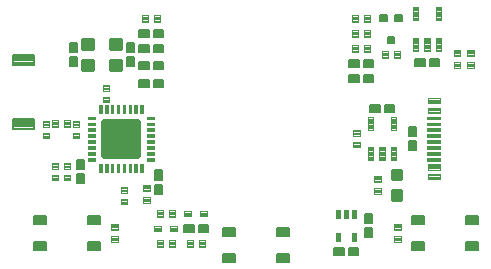
<source format=gbr>
G04 EAGLE Gerber RS-274X export*
G75*
%MOMM*%
%FSLAX34Y34*%
%LPD*%
%INSolderpaste Top*%
%IPPOS*%
%AMOC8*
5,1,8,0,0,1.08239X$1,22.5*%
G01*
%ADD10C,0.200000*%
%ADD11C,0.160000*%
%ADD12C,0.148000*%
%ADD13C,0.100000*%
%ADD14C,0.300000*%
%ADD15C,0.055000*%
%ADD16C,0.510000*%
%ADD17C,0.120000*%
%ADD18C,0.140000*%
%ADD19C,0.110000*%
%ADD20C,0.080000*%
%ADD21C,0.060000*%
%ADD22C,0.220000*%


D10*
X-205850Y16370D02*
X-187850Y16370D01*
X-187850Y8370D01*
X-205850Y8370D01*
X-205850Y16370D01*
X-205850Y10270D02*
X-187850Y10270D01*
X-187850Y12170D02*
X-205850Y12170D01*
X-205850Y14070D02*
X-187850Y14070D01*
X-187850Y15970D02*
X-205850Y15970D01*
X-205850Y70370D02*
X-187850Y70370D01*
X-187850Y62370D01*
X-205850Y62370D01*
X-205850Y70370D01*
X-205850Y64270D02*
X-187850Y64270D01*
X-187850Y66170D02*
X-205850Y66170D01*
X-205850Y68070D02*
X-187850Y68070D01*
X-187850Y69970D02*
X-205850Y69970D01*
D11*
X-28200Y-97800D02*
X-17800Y-97800D01*
X-17800Y-104200D01*
X-28200Y-104200D01*
X-28200Y-97800D01*
X-28200Y-102680D02*
X-17800Y-102680D01*
X-17800Y-101160D02*
X-28200Y-101160D01*
X-28200Y-99640D02*
X-17800Y-99640D01*
X-17800Y-98120D02*
X-28200Y-98120D01*
X-28200Y-75800D02*
X-17800Y-75800D01*
X-17800Y-82200D01*
X-28200Y-82200D01*
X-28200Y-75800D01*
X-28200Y-80680D02*
X-17800Y-80680D01*
X-17800Y-79160D02*
X-28200Y-79160D01*
X-28200Y-77640D02*
X-17800Y-77640D01*
X-17800Y-76120D02*
X-28200Y-76120D01*
X17800Y-75800D02*
X28200Y-75800D01*
X28200Y-82200D01*
X17800Y-82200D01*
X17800Y-75800D01*
X17800Y-80680D02*
X28200Y-80680D01*
X28200Y-79160D02*
X17800Y-79160D01*
X17800Y-77640D02*
X28200Y-77640D01*
X28200Y-76120D02*
X17800Y-76120D01*
X17800Y-97800D02*
X28200Y-97800D01*
X28200Y-104200D01*
X17800Y-104200D01*
X17800Y-97800D01*
X17800Y-102680D02*
X28200Y-102680D01*
X28200Y-101160D02*
X17800Y-101160D01*
X17800Y-99640D02*
X28200Y-99640D01*
X28200Y-98120D02*
X17800Y-98120D01*
X-131800Y-72200D02*
X-142200Y-72200D01*
X-142200Y-65800D01*
X-131800Y-65800D01*
X-131800Y-72200D01*
X-131800Y-70680D02*
X-142200Y-70680D01*
X-142200Y-69160D02*
X-131800Y-69160D01*
X-131800Y-67640D02*
X-142200Y-67640D01*
X-142200Y-66120D02*
X-131800Y-66120D01*
X-131800Y-94200D02*
X-142200Y-94200D01*
X-142200Y-87800D01*
X-131800Y-87800D01*
X-131800Y-94200D01*
X-131800Y-92680D02*
X-142200Y-92680D01*
X-142200Y-91160D02*
X-131800Y-91160D01*
X-131800Y-89640D02*
X-142200Y-89640D01*
X-142200Y-88120D02*
X-131800Y-88120D01*
X-177800Y-94200D02*
X-188200Y-94200D01*
X-188200Y-87800D01*
X-177800Y-87800D01*
X-177800Y-94200D01*
X-177800Y-92680D02*
X-188200Y-92680D01*
X-188200Y-91160D02*
X-177800Y-91160D01*
X-177800Y-89640D02*
X-188200Y-89640D01*
X-188200Y-88120D02*
X-177800Y-88120D01*
X-177800Y-72200D02*
X-188200Y-72200D01*
X-188200Y-65800D01*
X-177800Y-65800D01*
X-177800Y-72200D01*
X-177800Y-70680D02*
X-188200Y-70680D01*
X-188200Y-69160D02*
X-177800Y-69160D01*
X-177800Y-67640D02*
X-188200Y-67640D01*
X-188200Y-66120D02*
X-177800Y-66120D01*
X131800Y-87800D02*
X142200Y-87800D01*
X142200Y-94200D01*
X131800Y-94200D01*
X131800Y-87800D01*
X131800Y-92680D02*
X142200Y-92680D01*
X142200Y-91160D02*
X131800Y-91160D01*
X131800Y-89640D02*
X142200Y-89640D01*
X142200Y-88120D02*
X131800Y-88120D01*
X131800Y-65800D02*
X142200Y-65800D01*
X142200Y-72200D01*
X131800Y-72200D01*
X131800Y-65800D01*
X131800Y-70680D02*
X142200Y-70680D01*
X142200Y-69160D02*
X131800Y-69160D01*
X131800Y-67640D02*
X142200Y-67640D01*
X142200Y-66120D02*
X131800Y-66120D01*
X177800Y-65800D02*
X188200Y-65800D01*
X188200Y-72200D01*
X177800Y-72200D01*
X177800Y-65800D01*
X177800Y-70680D02*
X188200Y-70680D01*
X188200Y-69160D02*
X177800Y-69160D01*
X177800Y-67640D02*
X188200Y-67640D01*
X188200Y-66120D02*
X177800Y-66120D01*
X177800Y-87800D02*
X188200Y-87800D01*
X188200Y-94200D01*
X177800Y-94200D01*
X177800Y-87800D01*
X177800Y-92680D02*
X188200Y-92680D01*
X188200Y-91160D02*
X177800Y-91160D01*
X177800Y-89640D02*
X188200Y-89640D01*
X188200Y-88120D02*
X177800Y-88120D01*
D12*
X98210Y-83545D02*
X98210Y-75775D01*
X98210Y-83545D02*
X92290Y-83545D01*
X92290Y-75775D01*
X98210Y-75775D01*
X98210Y-82139D02*
X92290Y-82139D01*
X92290Y-80733D02*
X98210Y-80733D01*
X98210Y-79327D02*
X92290Y-79327D01*
X92290Y-77921D02*
X98210Y-77921D01*
X98210Y-76515D02*
X92290Y-76515D01*
X98210Y-71545D02*
X98210Y-63775D01*
X98210Y-71545D02*
X92290Y-71545D01*
X92290Y-63775D01*
X98210Y-63775D01*
X98210Y-70139D02*
X92290Y-70139D01*
X92290Y-68733D02*
X98210Y-68733D01*
X98210Y-67327D02*
X92290Y-67327D01*
X92290Y-65921D02*
X98210Y-65921D01*
X98210Y-64515D02*
X92290Y-64515D01*
X-79015Y79160D02*
X-86785Y79160D01*
X-79015Y79160D02*
X-79015Y73240D01*
X-86785Y73240D01*
X-86785Y79160D01*
X-86785Y74646D02*
X-79015Y74646D01*
X-79015Y76052D02*
X-86785Y76052D01*
X-86785Y77458D02*
X-79015Y77458D01*
X-79015Y78864D02*
X-86785Y78864D01*
X-91015Y79160D02*
X-98785Y79160D01*
X-91015Y79160D02*
X-91015Y73240D01*
X-98785Y73240D01*
X-98785Y79160D01*
X-98785Y74646D02*
X-91015Y74646D01*
X-91015Y76052D02*
X-98785Y76052D01*
X-98785Y77458D02*
X-91015Y77458D01*
X-91015Y78864D02*
X-98785Y78864D01*
X-98785Y85940D02*
X-91015Y85940D01*
X-98785Y85940D02*
X-98785Y91860D01*
X-91015Y91860D01*
X-91015Y85940D01*
X-91015Y87346D02*
X-98785Y87346D01*
X-98785Y88752D02*
X-91015Y88752D01*
X-91015Y90158D02*
X-98785Y90158D01*
X-98785Y91564D02*
X-91015Y91564D01*
X-86785Y85940D02*
X-79015Y85940D01*
X-86785Y85940D02*
X-86785Y91860D01*
X-79015Y91860D01*
X-79015Y85940D01*
X-79015Y87346D02*
X-86785Y87346D01*
X-86785Y88752D02*
X-79015Y88752D01*
X-79015Y90158D02*
X-86785Y90158D01*
X-86785Y91564D02*
X-79015Y91564D01*
X91015Y66460D02*
X98785Y66460D01*
X98785Y60540D01*
X91015Y60540D01*
X91015Y66460D01*
X91015Y61946D02*
X98785Y61946D01*
X98785Y63352D02*
X91015Y63352D01*
X91015Y64758D02*
X98785Y64758D01*
X98785Y66164D02*
X91015Y66164D01*
X86785Y66460D02*
X79015Y66460D01*
X86785Y66460D02*
X86785Y60540D01*
X79015Y60540D01*
X79015Y66460D01*
X79015Y61946D02*
X86785Y61946D01*
X86785Y63352D02*
X79015Y63352D01*
X79015Y64758D02*
X86785Y64758D01*
X86785Y66164D02*
X79015Y66164D01*
X91015Y53760D02*
X98785Y53760D01*
X98785Y47840D01*
X91015Y47840D01*
X91015Y53760D01*
X91015Y49246D02*
X98785Y49246D01*
X98785Y50652D02*
X91015Y50652D01*
X91015Y52058D02*
X98785Y52058D01*
X98785Y53464D02*
X91015Y53464D01*
X86785Y53760D02*
X79015Y53760D01*
X86785Y53760D02*
X86785Y47840D01*
X79015Y47840D01*
X79015Y53760D01*
X79015Y49246D02*
X86785Y49246D01*
X86785Y50652D02*
X79015Y50652D01*
X79015Y52058D02*
X86785Y52058D01*
X86785Y53464D02*
X79015Y53464D01*
X-91015Y44030D02*
X-98785Y44030D01*
X-98785Y49950D01*
X-91015Y49950D01*
X-91015Y44030D01*
X-91015Y45436D02*
X-98785Y45436D01*
X-98785Y46842D02*
X-91015Y46842D01*
X-91015Y48248D02*
X-98785Y48248D01*
X-98785Y49654D02*
X-91015Y49654D01*
X-86785Y44030D02*
X-79015Y44030D01*
X-86785Y44030D02*
X-86785Y49950D01*
X-79015Y49950D01*
X-79015Y44030D01*
X-79015Y45436D02*
X-86785Y45436D01*
X-86785Y46842D02*
X-79015Y46842D01*
X-79015Y48248D02*
X-86785Y48248D01*
X-86785Y49654D02*
X-79015Y49654D01*
X-103720Y61235D02*
X-103720Y69005D01*
X-103720Y61235D02*
X-109640Y61235D01*
X-109640Y69005D01*
X-103720Y69005D01*
X-103720Y62641D02*
X-109640Y62641D01*
X-109640Y64047D02*
X-103720Y64047D01*
X-103720Y65453D02*
X-109640Y65453D01*
X-109640Y66859D02*
X-103720Y66859D01*
X-103720Y68265D02*
X-109640Y68265D01*
X-103720Y73235D02*
X-103720Y81005D01*
X-103720Y73235D02*
X-109640Y73235D01*
X-109640Y81005D01*
X-103720Y81005D01*
X-103720Y74641D02*
X-109640Y74641D01*
X-109640Y76047D02*
X-103720Y76047D01*
X-103720Y77453D02*
X-109640Y77453D01*
X-109640Y78859D02*
X-103720Y78859D01*
X-103720Y80265D02*
X-109640Y80265D01*
X-157900Y81005D02*
X-157900Y73235D01*
X-157900Y81005D02*
X-151980Y81005D01*
X-151980Y73235D01*
X-157900Y73235D01*
X-157900Y74641D02*
X-151980Y74641D01*
X-151980Y76047D02*
X-157900Y76047D01*
X-157900Y77453D02*
X-151980Y77453D01*
X-151980Y78859D02*
X-157900Y78859D01*
X-157900Y80265D02*
X-151980Y80265D01*
X-157900Y69005D02*
X-157900Y61235D01*
X-157900Y69005D02*
X-151980Y69005D01*
X-151980Y61235D01*
X-157900Y61235D01*
X-157900Y62641D02*
X-151980Y62641D01*
X-151980Y64047D02*
X-157900Y64047D01*
X-157900Y65453D02*
X-151980Y65453D01*
X-151980Y66859D02*
X-157900Y66859D01*
X-157900Y68265D02*
X-151980Y68265D01*
X66315Y-98210D02*
X74085Y-98210D01*
X66315Y-98210D02*
X66315Y-92290D01*
X74085Y-92290D01*
X74085Y-98210D01*
X74085Y-96804D02*
X66315Y-96804D01*
X66315Y-95398D02*
X74085Y-95398D01*
X74085Y-93992D02*
X66315Y-93992D01*
X66315Y-92586D02*
X74085Y-92586D01*
X78315Y-98210D02*
X86085Y-98210D01*
X78315Y-98210D02*
X78315Y-92290D01*
X86085Y-92290D01*
X86085Y-98210D01*
X86085Y-96804D02*
X78315Y-96804D01*
X78315Y-95398D02*
X86085Y-95398D01*
X86085Y-93992D02*
X78315Y-93992D01*
X78315Y-92586D02*
X86085Y-92586D01*
X-145630Y-37825D02*
X-145630Y-30055D01*
X-145630Y-37825D02*
X-151550Y-37825D01*
X-151550Y-30055D01*
X-145630Y-30055D01*
X-145630Y-36419D02*
X-151550Y-36419D01*
X-151550Y-35013D02*
X-145630Y-35013D01*
X-145630Y-33607D02*
X-151550Y-33607D01*
X-151550Y-32201D02*
X-145630Y-32201D01*
X-145630Y-30795D02*
X-151550Y-30795D01*
X-145630Y-25825D02*
X-145630Y-18055D01*
X-145630Y-25825D02*
X-151550Y-25825D01*
X-151550Y-18055D01*
X-145630Y-18055D01*
X-145630Y-24419D02*
X-151550Y-24419D01*
X-151550Y-23013D02*
X-145630Y-23013D01*
X-145630Y-21607D02*
X-151550Y-21607D01*
X-151550Y-20201D02*
X-145630Y-20201D01*
X-145630Y-18795D02*
X-151550Y-18795D01*
X-79590Y-38945D02*
X-79590Y-46715D01*
X-85510Y-46715D01*
X-85510Y-38945D01*
X-79590Y-38945D01*
X-79590Y-45309D02*
X-85510Y-45309D01*
X-85510Y-43903D02*
X-79590Y-43903D01*
X-79590Y-42497D02*
X-85510Y-42497D01*
X-85510Y-41091D02*
X-79590Y-41091D01*
X-79590Y-39685D02*
X-85510Y-39685D01*
X-79590Y-34715D02*
X-79590Y-26945D01*
X-79590Y-34715D02*
X-85510Y-34715D01*
X-85510Y-26945D01*
X-79590Y-26945D01*
X-79590Y-33309D02*
X-85510Y-33309D01*
X-85510Y-31903D02*
X-79590Y-31903D01*
X-79590Y-30497D02*
X-85510Y-30497D01*
X-85510Y-29091D02*
X-79590Y-29091D01*
X-79590Y-27685D02*
X-85510Y-27685D01*
X96795Y22440D02*
X104565Y22440D01*
X96795Y22440D02*
X96795Y28360D01*
X104565Y28360D01*
X104565Y22440D01*
X104565Y23846D02*
X96795Y23846D01*
X96795Y25252D02*
X104565Y25252D01*
X104565Y26658D02*
X96795Y26658D01*
X96795Y28064D02*
X104565Y28064D01*
X108795Y22440D02*
X116565Y22440D01*
X108795Y22440D02*
X108795Y28360D01*
X116565Y28360D01*
X116565Y22440D01*
X116565Y23846D02*
X108795Y23846D01*
X108795Y25252D02*
X116565Y25252D01*
X116565Y26658D02*
X108795Y26658D01*
X108795Y28064D02*
X116565Y28064D01*
X135040Y-2115D02*
X135040Y-9885D01*
X129120Y-9885D01*
X129120Y-2115D01*
X135040Y-2115D01*
X135040Y-8479D02*
X129120Y-8479D01*
X129120Y-7073D02*
X135040Y-7073D01*
X135040Y-5667D02*
X129120Y-5667D01*
X129120Y-4261D02*
X135040Y-4261D01*
X135040Y-2855D02*
X129120Y-2855D01*
X135040Y2115D02*
X135040Y9885D01*
X135040Y2115D02*
X129120Y2115D01*
X129120Y9885D01*
X135040Y9885D01*
X135040Y3521D02*
X129120Y3521D01*
X129120Y4927D02*
X135040Y4927D01*
X135040Y6333D02*
X129120Y6333D01*
X129120Y7739D02*
X135040Y7739D01*
X135040Y9145D02*
X129120Y9145D01*
X-52915Y-79160D02*
X-60685Y-79160D01*
X-60685Y-73240D01*
X-52915Y-73240D01*
X-52915Y-79160D01*
X-52915Y-77754D02*
X-60685Y-77754D01*
X-60685Y-76348D02*
X-52915Y-76348D01*
X-52915Y-74942D02*
X-60685Y-74942D01*
X-60685Y-73536D02*
X-52915Y-73536D01*
X-48685Y-79160D02*
X-40915Y-79160D01*
X-48685Y-79160D02*
X-48685Y-73240D01*
X-40915Y-73240D01*
X-40915Y-79160D01*
X-40915Y-77754D02*
X-48685Y-77754D01*
X-48685Y-76348D02*
X-40915Y-76348D01*
X-40915Y-74942D02*
X-48685Y-74942D01*
X-48685Y-73536D02*
X-40915Y-73536D01*
X134895Y61810D02*
X142665Y61810D01*
X134895Y61810D02*
X134895Y67730D01*
X142665Y67730D01*
X142665Y61810D01*
X142665Y63216D02*
X134895Y63216D01*
X134895Y64622D02*
X142665Y64622D01*
X142665Y66028D02*
X134895Y66028D01*
X134895Y67434D02*
X142665Y67434D01*
X146895Y61810D02*
X154665Y61810D01*
X146895Y61810D02*
X146895Y67730D01*
X154665Y67730D01*
X154665Y61810D01*
X154665Y63216D02*
X146895Y63216D01*
X146895Y64622D02*
X154665Y64622D01*
X154665Y66028D02*
X146895Y66028D01*
X146895Y67434D02*
X154665Y67434D01*
X-79015Y65190D02*
X-86785Y65190D01*
X-79015Y65190D02*
X-79015Y59270D01*
X-86785Y59270D01*
X-86785Y65190D01*
X-86785Y60676D02*
X-79015Y60676D01*
X-79015Y62082D02*
X-86785Y62082D01*
X-86785Y63488D02*
X-79015Y63488D01*
X-79015Y64894D02*
X-86785Y64894D01*
X-91015Y65190D02*
X-98785Y65190D01*
X-91015Y65190D02*
X-91015Y59270D01*
X-98785Y59270D01*
X-98785Y65190D01*
X-98785Y60676D02*
X-91015Y60676D01*
X-91015Y62082D02*
X-98785Y62082D01*
X-98785Y63488D02*
X-91015Y63488D01*
X-91015Y64894D02*
X-98785Y64894D01*
D13*
X-86200Y-74200D02*
X-80200Y-74200D01*
X-80200Y-78200D01*
X-86200Y-78200D01*
X-86200Y-74200D01*
X-86200Y-77250D02*
X-80200Y-77250D01*
X-80200Y-76300D02*
X-86200Y-76300D01*
X-86200Y-75350D02*
X-80200Y-75350D01*
X-80200Y-74400D02*
X-86200Y-74400D01*
X-73200Y-74200D02*
X-67200Y-74200D01*
X-67200Y-78200D01*
X-73200Y-78200D01*
X-73200Y-74200D01*
X-73200Y-77250D02*
X-67200Y-77250D01*
X-67200Y-76300D02*
X-73200Y-76300D01*
X-73200Y-75350D02*
X-67200Y-75350D01*
X-67200Y-74400D02*
X-73200Y-74400D01*
X-60800Y-61500D02*
X-54800Y-61500D01*
X-54800Y-65500D01*
X-60800Y-65500D01*
X-60800Y-61500D01*
X-60800Y-64550D02*
X-54800Y-64550D01*
X-54800Y-63600D02*
X-60800Y-63600D01*
X-60800Y-62650D02*
X-54800Y-62650D01*
X-54800Y-61700D02*
X-60800Y-61700D01*
X-47800Y-61500D02*
X-41800Y-61500D01*
X-41800Y-65500D01*
X-47800Y-65500D01*
X-47800Y-61500D01*
X-47800Y-64550D02*
X-41800Y-64550D01*
X-41800Y-63600D02*
X-47800Y-63600D01*
X-47800Y-62650D02*
X-41800Y-62650D01*
X-41800Y-61700D02*
X-47800Y-61700D01*
D14*
X115880Y-34100D02*
X122880Y-34100D01*
X115880Y-34100D02*
X115880Y-27100D01*
X122880Y-27100D01*
X122880Y-34100D01*
X122880Y-31250D02*
X115880Y-31250D01*
X115880Y-28400D02*
X122880Y-28400D01*
X122880Y-51640D02*
X115880Y-51640D01*
X115880Y-44640D01*
X122880Y-44640D01*
X122880Y-51640D01*
X122880Y-48790D02*
X115880Y-48790D01*
X115880Y-45940D02*
X122880Y-45940D01*
D15*
X-86075Y1400D02*
X-92525Y1400D01*
X-92525Y3600D01*
X-86075Y3600D01*
X-86075Y1400D01*
X-86075Y1922D02*
X-92525Y1922D01*
X-92525Y2444D02*
X-86075Y2444D01*
X-86075Y2966D02*
X-92525Y2966D01*
X-92525Y3488D02*
X-86075Y3488D01*
X-86075Y-3600D02*
X-92525Y-3600D01*
X-92525Y-1400D01*
X-86075Y-1400D01*
X-86075Y-3600D01*
X-86075Y-3078D02*
X-92525Y-3078D01*
X-92525Y-2556D02*
X-86075Y-2556D01*
X-86075Y-2034D02*
X-92525Y-2034D01*
X-92525Y-1512D02*
X-86075Y-1512D01*
X-86075Y-8600D02*
X-92525Y-8600D01*
X-92525Y-6400D01*
X-86075Y-6400D01*
X-86075Y-8600D01*
X-86075Y-8078D02*
X-92525Y-8078D01*
X-92525Y-7556D02*
X-86075Y-7556D01*
X-86075Y-7034D02*
X-92525Y-7034D01*
X-92525Y-6512D02*
X-86075Y-6512D01*
X-86075Y6400D02*
X-92525Y6400D01*
X-92525Y8600D01*
X-86075Y8600D01*
X-86075Y6400D01*
X-86075Y6922D02*
X-92525Y6922D01*
X-92525Y7444D02*
X-86075Y7444D01*
X-86075Y7966D02*
X-92525Y7966D01*
X-92525Y8488D02*
X-86075Y8488D01*
X-86075Y11400D02*
X-92525Y11400D01*
X-92525Y13600D01*
X-86075Y13600D01*
X-86075Y11400D01*
X-86075Y11922D02*
X-92525Y11922D01*
X-92525Y12444D02*
X-86075Y12444D01*
X-86075Y12966D02*
X-92525Y12966D01*
X-92525Y13488D02*
X-86075Y13488D01*
X-86075Y-13600D02*
X-92525Y-13600D01*
X-92525Y-11400D01*
X-86075Y-11400D01*
X-86075Y-13600D01*
X-86075Y-13078D02*
X-92525Y-13078D01*
X-92525Y-12556D02*
X-86075Y-12556D01*
X-86075Y-12034D02*
X-92525Y-12034D01*
X-92525Y-11512D02*
X-86075Y-11512D01*
X-86075Y-18600D02*
X-92525Y-18600D01*
X-92525Y-16400D01*
X-86075Y-16400D01*
X-86075Y-18600D01*
X-86075Y-18078D02*
X-92525Y-18078D01*
X-92525Y-17556D02*
X-86075Y-17556D01*
X-86075Y-17034D02*
X-92525Y-17034D01*
X-92525Y-16512D02*
X-86075Y-16512D01*
X-86075Y16400D02*
X-92525Y16400D01*
X-92525Y18600D01*
X-86075Y18600D01*
X-86075Y16400D01*
X-86075Y16922D02*
X-92525Y16922D01*
X-92525Y17444D02*
X-86075Y17444D01*
X-86075Y17966D02*
X-92525Y17966D01*
X-92525Y18488D02*
X-86075Y18488D01*
X-136075Y16400D02*
X-142525Y16400D01*
X-142525Y18600D01*
X-136075Y18600D01*
X-136075Y16400D01*
X-136075Y16922D02*
X-142525Y16922D01*
X-142525Y17444D02*
X-136075Y17444D01*
X-136075Y17966D02*
X-142525Y17966D01*
X-142525Y18488D02*
X-136075Y18488D01*
X-136075Y-18600D02*
X-142525Y-18600D01*
X-142525Y-16400D01*
X-136075Y-16400D01*
X-136075Y-18600D01*
X-136075Y-18078D02*
X-142525Y-18078D01*
X-142525Y-17556D02*
X-136075Y-17556D01*
X-136075Y-17034D02*
X-142525Y-17034D01*
X-142525Y-16512D02*
X-136075Y-16512D01*
X-136075Y-13600D02*
X-142525Y-13600D01*
X-142525Y-11400D01*
X-136075Y-11400D01*
X-136075Y-13600D01*
X-136075Y-13078D02*
X-142525Y-13078D01*
X-142525Y-12556D02*
X-136075Y-12556D01*
X-136075Y-12034D02*
X-142525Y-12034D01*
X-142525Y-11512D02*
X-136075Y-11512D01*
X-136075Y11400D02*
X-142525Y11400D01*
X-142525Y13600D01*
X-136075Y13600D01*
X-136075Y11400D01*
X-136075Y11922D02*
X-142525Y11922D01*
X-142525Y12444D02*
X-136075Y12444D01*
X-136075Y12966D02*
X-142525Y12966D01*
X-142525Y13488D02*
X-136075Y13488D01*
X-136075Y6400D02*
X-142525Y6400D01*
X-142525Y8600D01*
X-136075Y8600D01*
X-136075Y6400D01*
X-136075Y6922D02*
X-142525Y6922D01*
X-142525Y7444D02*
X-136075Y7444D01*
X-136075Y7966D02*
X-142525Y7966D01*
X-142525Y8488D02*
X-136075Y8488D01*
X-136075Y-8600D02*
X-142525Y-8600D01*
X-142525Y-6400D01*
X-136075Y-6400D01*
X-136075Y-8600D01*
X-136075Y-8078D02*
X-142525Y-8078D01*
X-142525Y-7556D02*
X-136075Y-7556D01*
X-136075Y-7034D02*
X-142525Y-7034D01*
X-142525Y-6512D02*
X-136075Y-6512D01*
X-136075Y-3600D02*
X-142525Y-3600D01*
X-142525Y-1400D01*
X-136075Y-1400D01*
X-136075Y-3600D01*
X-136075Y-3078D02*
X-142525Y-3078D01*
X-142525Y-2556D02*
X-136075Y-2556D01*
X-136075Y-2034D02*
X-142525Y-2034D01*
X-142525Y-1512D02*
X-136075Y-1512D01*
X-136075Y1400D02*
X-142525Y1400D01*
X-142525Y3600D01*
X-136075Y3600D01*
X-136075Y1400D01*
X-136075Y1922D02*
X-142525Y1922D01*
X-142525Y2444D02*
X-136075Y2444D01*
X-136075Y2966D02*
X-142525Y2966D01*
X-142525Y3488D02*
X-136075Y3488D01*
X-115700Y21775D02*
X-115700Y28225D01*
X-115700Y21775D02*
X-117900Y21775D01*
X-117900Y28225D01*
X-115700Y28225D01*
X-115700Y22297D02*
X-117900Y22297D01*
X-117900Y22819D02*
X-115700Y22819D01*
X-115700Y23341D02*
X-117900Y23341D01*
X-117900Y23863D02*
X-115700Y23863D01*
X-115700Y24385D02*
X-117900Y24385D01*
X-117900Y24907D02*
X-115700Y24907D01*
X-115700Y25429D02*
X-117900Y25429D01*
X-117900Y25951D02*
X-115700Y25951D01*
X-115700Y26473D02*
X-117900Y26473D01*
X-117900Y26995D02*
X-115700Y26995D01*
X-115700Y27517D02*
X-117900Y27517D01*
X-117900Y28039D02*
X-115700Y28039D01*
X-115700Y-21775D02*
X-115700Y-28225D01*
X-117900Y-28225D01*
X-117900Y-21775D01*
X-115700Y-21775D01*
X-115700Y-27703D02*
X-117900Y-27703D01*
X-117900Y-27181D02*
X-115700Y-27181D01*
X-115700Y-26659D02*
X-117900Y-26659D01*
X-117900Y-26137D02*
X-115700Y-26137D01*
X-115700Y-25615D02*
X-117900Y-25615D01*
X-117900Y-25093D02*
X-115700Y-25093D01*
X-115700Y-24571D02*
X-117900Y-24571D01*
X-117900Y-24049D02*
X-115700Y-24049D01*
X-115700Y-23527D02*
X-117900Y-23527D01*
X-117900Y-23005D02*
X-115700Y-23005D01*
X-115700Y-22483D02*
X-117900Y-22483D01*
X-117900Y-21961D02*
X-115700Y-21961D01*
X-110700Y-21775D02*
X-110700Y-28225D01*
X-112900Y-28225D01*
X-112900Y-21775D01*
X-110700Y-21775D01*
X-110700Y-27703D02*
X-112900Y-27703D01*
X-112900Y-27181D02*
X-110700Y-27181D01*
X-110700Y-26659D02*
X-112900Y-26659D01*
X-112900Y-26137D02*
X-110700Y-26137D01*
X-110700Y-25615D02*
X-112900Y-25615D01*
X-112900Y-25093D02*
X-110700Y-25093D01*
X-110700Y-24571D02*
X-112900Y-24571D01*
X-112900Y-24049D02*
X-110700Y-24049D01*
X-110700Y-23527D02*
X-112900Y-23527D01*
X-112900Y-23005D02*
X-110700Y-23005D01*
X-110700Y-22483D02*
X-112900Y-22483D01*
X-112900Y-21961D02*
X-110700Y-21961D01*
X-110700Y21775D02*
X-110700Y28225D01*
X-110700Y21775D02*
X-112900Y21775D01*
X-112900Y28225D01*
X-110700Y28225D01*
X-110700Y22297D02*
X-112900Y22297D01*
X-112900Y22819D02*
X-110700Y22819D01*
X-110700Y23341D02*
X-112900Y23341D01*
X-112900Y23863D02*
X-110700Y23863D01*
X-110700Y24385D02*
X-112900Y24385D01*
X-112900Y24907D02*
X-110700Y24907D01*
X-110700Y25429D02*
X-112900Y25429D01*
X-112900Y25951D02*
X-110700Y25951D01*
X-110700Y26473D02*
X-112900Y26473D01*
X-112900Y26995D02*
X-110700Y26995D01*
X-110700Y27517D02*
X-112900Y27517D01*
X-112900Y28039D02*
X-110700Y28039D01*
X-105700Y28225D02*
X-105700Y21775D01*
X-107900Y21775D01*
X-107900Y28225D01*
X-105700Y28225D01*
X-105700Y22297D02*
X-107900Y22297D01*
X-107900Y22819D02*
X-105700Y22819D01*
X-105700Y23341D02*
X-107900Y23341D01*
X-107900Y23863D02*
X-105700Y23863D01*
X-105700Y24385D02*
X-107900Y24385D01*
X-107900Y24907D02*
X-105700Y24907D01*
X-105700Y25429D02*
X-107900Y25429D01*
X-107900Y25951D02*
X-105700Y25951D01*
X-105700Y26473D02*
X-107900Y26473D01*
X-107900Y26995D02*
X-105700Y26995D01*
X-105700Y27517D02*
X-107900Y27517D01*
X-107900Y28039D02*
X-105700Y28039D01*
X-105700Y-21775D02*
X-105700Y-28225D01*
X-107900Y-28225D01*
X-107900Y-21775D01*
X-105700Y-21775D01*
X-105700Y-27703D02*
X-107900Y-27703D01*
X-107900Y-27181D02*
X-105700Y-27181D01*
X-105700Y-26659D02*
X-107900Y-26659D01*
X-107900Y-26137D02*
X-105700Y-26137D01*
X-105700Y-25615D02*
X-107900Y-25615D01*
X-107900Y-25093D02*
X-105700Y-25093D01*
X-105700Y-24571D02*
X-107900Y-24571D01*
X-107900Y-24049D02*
X-105700Y-24049D01*
X-105700Y-23527D02*
X-107900Y-23527D01*
X-107900Y-23005D02*
X-105700Y-23005D01*
X-105700Y-22483D02*
X-107900Y-22483D01*
X-107900Y-21961D02*
X-105700Y-21961D01*
X-120700Y-21775D02*
X-120700Y-28225D01*
X-122900Y-28225D01*
X-122900Y-21775D01*
X-120700Y-21775D01*
X-120700Y-27703D02*
X-122900Y-27703D01*
X-122900Y-27181D02*
X-120700Y-27181D01*
X-120700Y-26659D02*
X-122900Y-26659D01*
X-122900Y-26137D02*
X-120700Y-26137D01*
X-120700Y-25615D02*
X-122900Y-25615D01*
X-122900Y-25093D02*
X-120700Y-25093D01*
X-120700Y-24571D02*
X-122900Y-24571D01*
X-122900Y-24049D02*
X-120700Y-24049D01*
X-120700Y-23527D02*
X-122900Y-23527D01*
X-122900Y-23005D02*
X-120700Y-23005D01*
X-120700Y-22483D02*
X-122900Y-22483D01*
X-122900Y-21961D02*
X-120700Y-21961D01*
X-120700Y21775D02*
X-120700Y28225D01*
X-120700Y21775D02*
X-122900Y21775D01*
X-122900Y28225D01*
X-120700Y28225D01*
X-120700Y22297D02*
X-122900Y22297D01*
X-122900Y22819D02*
X-120700Y22819D01*
X-120700Y23341D02*
X-122900Y23341D01*
X-122900Y23863D02*
X-120700Y23863D01*
X-120700Y24385D02*
X-122900Y24385D01*
X-122900Y24907D02*
X-120700Y24907D01*
X-120700Y25429D02*
X-122900Y25429D01*
X-122900Y25951D02*
X-120700Y25951D01*
X-120700Y26473D02*
X-122900Y26473D01*
X-122900Y26995D02*
X-120700Y26995D01*
X-120700Y27517D02*
X-122900Y27517D01*
X-122900Y28039D02*
X-120700Y28039D01*
X-125700Y28225D02*
X-125700Y21775D01*
X-127900Y21775D01*
X-127900Y28225D01*
X-125700Y28225D01*
X-125700Y22297D02*
X-127900Y22297D01*
X-127900Y22819D02*
X-125700Y22819D01*
X-125700Y23341D02*
X-127900Y23341D01*
X-127900Y23863D02*
X-125700Y23863D01*
X-125700Y24385D02*
X-127900Y24385D01*
X-127900Y24907D02*
X-125700Y24907D01*
X-125700Y25429D02*
X-127900Y25429D01*
X-127900Y25951D02*
X-125700Y25951D01*
X-125700Y26473D02*
X-127900Y26473D01*
X-127900Y26995D02*
X-125700Y26995D01*
X-125700Y27517D02*
X-127900Y27517D01*
X-127900Y28039D02*
X-125700Y28039D01*
X-125700Y-21775D02*
X-125700Y-28225D01*
X-127900Y-28225D01*
X-127900Y-21775D01*
X-125700Y-21775D01*
X-125700Y-27703D02*
X-127900Y-27703D01*
X-127900Y-27181D02*
X-125700Y-27181D01*
X-125700Y-26659D02*
X-127900Y-26659D01*
X-127900Y-26137D02*
X-125700Y-26137D01*
X-125700Y-25615D02*
X-127900Y-25615D01*
X-127900Y-25093D02*
X-125700Y-25093D01*
X-125700Y-24571D02*
X-127900Y-24571D01*
X-127900Y-24049D02*
X-125700Y-24049D01*
X-125700Y-23527D02*
X-127900Y-23527D01*
X-127900Y-23005D02*
X-125700Y-23005D01*
X-125700Y-22483D02*
X-127900Y-22483D01*
X-127900Y-21961D02*
X-125700Y-21961D01*
X-100700Y-21775D02*
X-100700Y-28225D01*
X-102900Y-28225D01*
X-102900Y-21775D01*
X-100700Y-21775D01*
X-100700Y-27703D02*
X-102900Y-27703D01*
X-102900Y-27181D02*
X-100700Y-27181D01*
X-100700Y-26659D02*
X-102900Y-26659D01*
X-102900Y-26137D02*
X-100700Y-26137D01*
X-100700Y-25615D02*
X-102900Y-25615D01*
X-102900Y-25093D02*
X-100700Y-25093D01*
X-100700Y-24571D02*
X-102900Y-24571D01*
X-102900Y-24049D02*
X-100700Y-24049D01*
X-100700Y-23527D02*
X-102900Y-23527D01*
X-102900Y-23005D02*
X-100700Y-23005D01*
X-100700Y-22483D02*
X-102900Y-22483D01*
X-102900Y-21961D02*
X-100700Y-21961D01*
X-100700Y21775D02*
X-100700Y28225D01*
X-100700Y21775D02*
X-102900Y21775D01*
X-102900Y28225D01*
X-100700Y28225D01*
X-100700Y22297D02*
X-102900Y22297D01*
X-102900Y22819D02*
X-100700Y22819D01*
X-100700Y23341D02*
X-102900Y23341D01*
X-102900Y23863D02*
X-100700Y23863D01*
X-100700Y24385D02*
X-102900Y24385D01*
X-102900Y24907D02*
X-100700Y24907D01*
X-100700Y25429D02*
X-102900Y25429D01*
X-102900Y25951D02*
X-100700Y25951D01*
X-100700Y26473D02*
X-102900Y26473D01*
X-102900Y26995D02*
X-100700Y26995D01*
X-100700Y27517D02*
X-102900Y27517D01*
X-102900Y28039D02*
X-100700Y28039D01*
X-95700Y28225D02*
X-95700Y21775D01*
X-97900Y21775D01*
X-97900Y28225D01*
X-95700Y28225D01*
X-95700Y22297D02*
X-97900Y22297D01*
X-97900Y22819D02*
X-95700Y22819D01*
X-95700Y23341D02*
X-97900Y23341D01*
X-97900Y23863D02*
X-95700Y23863D01*
X-95700Y24385D02*
X-97900Y24385D01*
X-97900Y24907D02*
X-95700Y24907D01*
X-95700Y25429D02*
X-97900Y25429D01*
X-97900Y25951D02*
X-95700Y25951D01*
X-95700Y26473D02*
X-97900Y26473D01*
X-97900Y26995D02*
X-95700Y26995D01*
X-95700Y27517D02*
X-97900Y27517D01*
X-97900Y28039D02*
X-95700Y28039D01*
X-95700Y-21775D02*
X-95700Y-28225D01*
X-97900Y-28225D01*
X-97900Y-21775D01*
X-95700Y-21775D01*
X-95700Y-27703D02*
X-97900Y-27703D01*
X-97900Y-27181D02*
X-95700Y-27181D01*
X-95700Y-26659D02*
X-97900Y-26659D01*
X-97900Y-26137D02*
X-95700Y-26137D01*
X-95700Y-25615D02*
X-97900Y-25615D01*
X-97900Y-25093D02*
X-95700Y-25093D01*
X-95700Y-24571D02*
X-97900Y-24571D01*
X-97900Y-24049D02*
X-95700Y-24049D01*
X-95700Y-23527D02*
X-97900Y-23527D01*
X-97900Y-23005D02*
X-95700Y-23005D01*
X-95700Y-22483D02*
X-97900Y-22483D01*
X-97900Y-21961D02*
X-95700Y-21961D01*
X-130700Y-21775D02*
X-130700Y-28225D01*
X-132900Y-28225D01*
X-132900Y-21775D01*
X-130700Y-21775D01*
X-130700Y-27703D02*
X-132900Y-27703D01*
X-132900Y-27181D02*
X-130700Y-27181D01*
X-130700Y-26659D02*
X-132900Y-26659D01*
X-132900Y-26137D02*
X-130700Y-26137D01*
X-130700Y-25615D02*
X-132900Y-25615D01*
X-132900Y-25093D02*
X-130700Y-25093D01*
X-130700Y-24571D02*
X-132900Y-24571D01*
X-132900Y-24049D02*
X-130700Y-24049D01*
X-130700Y-23527D02*
X-132900Y-23527D01*
X-132900Y-23005D02*
X-130700Y-23005D01*
X-130700Y-22483D02*
X-132900Y-22483D01*
X-132900Y-21961D02*
X-130700Y-21961D01*
X-130700Y21775D02*
X-130700Y28225D01*
X-130700Y21775D02*
X-132900Y21775D01*
X-132900Y28225D01*
X-130700Y28225D01*
X-130700Y22297D02*
X-132900Y22297D01*
X-132900Y22819D02*
X-130700Y22819D01*
X-130700Y23341D02*
X-132900Y23341D01*
X-132900Y23863D02*
X-130700Y23863D01*
X-130700Y24385D02*
X-132900Y24385D01*
X-132900Y24907D02*
X-130700Y24907D01*
X-130700Y25429D02*
X-132900Y25429D01*
X-132900Y25951D02*
X-130700Y25951D01*
X-130700Y26473D02*
X-132900Y26473D01*
X-132900Y26995D02*
X-130700Y26995D01*
X-130700Y27517D02*
X-132900Y27517D01*
X-132900Y28039D02*
X-130700Y28039D01*
D16*
X-128750Y14450D02*
X-99850Y14450D01*
X-99850Y-14450D01*
X-128750Y-14450D01*
X-128750Y14450D01*
X-128750Y-9605D02*
X-99850Y-9605D01*
X-99850Y-4760D02*
X-128750Y-4760D01*
X-128750Y85D02*
X-99850Y85D01*
X-99850Y4930D02*
X-128750Y4930D01*
X-128750Y9775D02*
X-99850Y9775D01*
D17*
X-174900Y5020D02*
X-174900Y220D01*
X-180700Y220D01*
X-180700Y5020D01*
X-174900Y5020D01*
X-174900Y1360D02*
X-180700Y1360D01*
X-180700Y2500D02*
X-174900Y2500D01*
X-174900Y3640D02*
X-180700Y3640D01*
X-180700Y4780D02*
X-174900Y4780D01*
X-174900Y10220D02*
X-174900Y15020D01*
X-174900Y10220D02*
X-180700Y10220D01*
X-180700Y15020D01*
X-174900Y15020D01*
X-174900Y11360D02*
X-180700Y11360D01*
X-180700Y12500D02*
X-174900Y12500D01*
X-174900Y13640D02*
X-180700Y13640D01*
X-180700Y14780D02*
X-174900Y14780D01*
X-149500Y5020D02*
X-149500Y220D01*
X-155300Y220D01*
X-155300Y5020D01*
X-149500Y5020D01*
X-149500Y1360D02*
X-155300Y1360D01*
X-155300Y2500D02*
X-149500Y2500D01*
X-149500Y3640D02*
X-155300Y3640D01*
X-155300Y4780D02*
X-149500Y4780D01*
X-149500Y10220D02*
X-149500Y15020D01*
X-149500Y10220D02*
X-155300Y10220D01*
X-155300Y15020D01*
X-149500Y15020D01*
X-149500Y11360D02*
X-155300Y11360D01*
X-155300Y12500D02*
X-149500Y12500D01*
X-149500Y13640D02*
X-155300Y13640D01*
X-155300Y14780D02*
X-149500Y14780D01*
X-157700Y15600D02*
X-162500Y15600D01*
X-157700Y15600D02*
X-157700Y9800D01*
X-162500Y9800D01*
X-162500Y15600D01*
X-162500Y10940D02*
X-157700Y10940D01*
X-157700Y12080D02*
X-162500Y12080D01*
X-162500Y13220D02*
X-157700Y13220D01*
X-157700Y14360D02*
X-162500Y14360D01*
X-162500Y15500D02*
X-157700Y15500D01*
X-167700Y15600D02*
X-172500Y15600D01*
X-167700Y15600D02*
X-167700Y9800D01*
X-172500Y9800D01*
X-172500Y15600D01*
X-172500Y10940D02*
X-167700Y10940D01*
X-167700Y12080D02*
X-172500Y12080D01*
X-172500Y13220D02*
X-167700Y13220D01*
X-167700Y14360D02*
X-172500Y14360D01*
X-172500Y15500D02*
X-167700Y15500D01*
D18*
X118000Y104760D02*
X123600Y104760D01*
X123600Y99160D01*
X118000Y99160D01*
X118000Y104760D01*
X118000Y100490D02*
X123600Y100490D01*
X123600Y101820D02*
X118000Y101820D01*
X118000Y103150D02*
X123600Y103150D01*
X123600Y104480D02*
X118000Y104480D01*
X110600Y104760D02*
X105000Y104760D01*
X110600Y104760D02*
X110600Y99160D01*
X105000Y99160D01*
X105000Y104760D01*
X105000Y100490D02*
X110600Y100490D01*
X110600Y101820D02*
X105000Y101820D01*
X105000Y103150D02*
X110600Y103150D01*
X110600Y104480D02*
X105000Y104480D01*
X111500Y86260D02*
X117100Y86260D01*
X117100Y80660D01*
X111500Y80660D01*
X111500Y86260D01*
X111500Y81990D02*
X117100Y81990D01*
X117100Y83320D02*
X111500Y83320D01*
X111500Y84650D02*
X117100Y84650D01*
X117100Y85980D02*
X111500Y85980D01*
D17*
X-167280Y-30540D02*
X-167280Y-35340D01*
X-173080Y-35340D01*
X-173080Y-30540D01*
X-167280Y-30540D01*
X-167280Y-34200D02*
X-173080Y-34200D01*
X-173080Y-33060D02*
X-167280Y-33060D01*
X-167280Y-31920D02*
X-173080Y-31920D01*
X-173080Y-30780D02*
X-167280Y-30780D01*
X-167280Y-25340D02*
X-167280Y-20540D01*
X-167280Y-25340D02*
X-173080Y-25340D01*
X-173080Y-20540D01*
X-167280Y-20540D01*
X-167280Y-24200D02*
X-173080Y-24200D01*
X-173080Y-23060D02*
X-167280Y-23060D01*
X-167280Y-21920D02*
X-173080Y-21920D01*
X-173080Y-20780D02*
X-167280Y-20780D01*
X-162920Y-20540D02*
X-162920Y-25340D01*
X-162920Y-20540D02*
X-157120Y-20540D01*
X-157120Y-25340D01*
X-162920Y-25340D01*
X-162920Y-24200D02*
X-157120Y-24200D01*
X-157120Y-23060D02*
X-162920Y-23060D01*
X-162920Y-21920D02*
X-157120Y-21920D01*
X-157120Y-20780D02*
X-162920Y-20780D01*
X-162920Y-30540D02*
X-162920Y-35340D01*
X-162920Y-30540D02*
X-157120Y-30540D01*
X-157120Y-35340D01*
X-162920Y-35340D01*
X-162920Y-34200D02*
X-157120Y-34200D01*
X-157120Y-33060D02*
X-162920Y-33060D01*
X-162920Y-31920D02*
X-157120Y-31920D01*
X-157120Y-30780D02*
X-162920Y-30780D01*
X-83600Y-91800D02*
X-78800Y-91800D01*
X-83600Y-91800D02*
X-83600Y-86000D01*
X-78800Y-86000D01*
X-78800Y-91800D01*
X-78800Y-90660D02*
X-83600Y-90660D01*
X-83600Y-89520D02*
X-78800Y-89520D01*
X-78800Y-88380D02*
X-83600Y-88380D01*
X-83600Y-87240D02*
X-78800Y-87240D01*
X-78800Y-86100D02*
X-83600Y-86100D01*
X-73600Y-91800D02*
X-68800Y-91800D01*
X-73600Y-91800D02*
X-73600Y-86000D01*
X-68800Y-86000D01*
X-68800Y-91800D01*
X-68800Y-90660D02*
X-73600Y-90660D01*
X-73600Y-89520D02*
X-68800Y-89520D01*
X-68800Y-88380D02*
X-73600Y-88380D01*
X-73600Y-87240D02*
X-68800Y-87240D01*
X-68800Y-86100D02*
X-73600Y-86100D01*
X82190Y2600D02*
X82190Y7400D01*
X87990Y7400D01*
X87990Y2600D01*
X82190Y2600D01*
X82190Y3740D02*
X87990Y3740D01*
X87990Y4880D02*
X82190Y4880D01*
X82190Y6020D02*
X87990Y6020D01*
X87990Y7160D02*
X82190Y7160D01*
X82190Y-2600D02*
X82190Y-7400D01*
X82190Y-2600D02*
X87990Y-2600D01*
X87990Y-7400D01*
X82190Y-7400D01*
X82190Y-6260D02*
X87990Y-6260D01*
X87990Y-5120D02*
X82190Y-5120D01*
X82190Y-3980D02*
X87990Y-3980D01*
X87990Y-2840D02*
X82190Y-2840D01*
X117100Y-72600D02*
X117100Y-77400D01*
X117100Y-72600D02*
X122900Y-72600D01*
X122900Y-77400D01*
X117100Y-77400D01*
X117100Y-76260D02*
X122900Y-76260D01*
X122900Y-75120D02*
X117100Y-75120D01*
X117100Y-73980D02*
X122900Y-73980D01*
X122900Y-72840D02*
X117100Y-72840D01*
X117100Y-82600D02*
X117100Y-87400D01*
X117100Y-82600D02*
X122900Y-82600D01*
X122900Y-87400D01*
X117100Y-87400D01*
X117100Y-86260D02*
X122900Y-86260D01*
X122900Y-85120D02*
X117100Y-85120D01*
X117100Y-83980D02*
X122900Y-83980D01*
X122900Y-82840D02*
X117100Y-82840D01*
X-117100Y-82600D02*
X-117100Y-87400D01*
X-122900Y-87400D01*
X-122900Y-82600D01*
X-117100Y-82600D01*
X-117100Y-86260D02*
X-122900Y-86260D01*
X-122900Y-85120D02*
X-117100Y-85120D01*
X-117100Y-83980D02*
X-122900Y-83980D01*
X-122900Y-82840D02*
X-117100Y-82840D01*
X-117100Y-77400D02*
X-117100Y-72600D01*
X-117100Y-77400D02*
X-122900Y-77400D01*
X-122900Y-72600D01*
X-117100Y-72600D01*
X-117100Y-76260D02*
X-122900Y-76260D01*
X-122900Y-75120D02*
X-117100Y-75120D01*
X-117100Y-73980D02*
X-122900Y-73980D01*
X-122900Y-72840D02*
X-117100Y-72840D01*
X99970Y-36770D02*
X99970Y-31970D01*
X105770Y-31970D01*
X105770Y-36770D01*
X99970Y-36770D01*
X99970Y-35630D02*
X105770Y-35630D01*
X105770Y-34490D02*
X99970Y-34490D01*
X99970Y-33350D02*
X105770Y-33350D01*
X105770Y-32210D02*
X99970Y-32210D01*
X99970Y-41970D02*
X99970Y-46770D01*
X99970Y-41970D02*
X105770Y-41970D01*
X105770Y-46770D01*
X99970Y-46770D01*
X99970Y-45630D02*
X105770Y-45630D01*
X105770Y-44490D02*
X99970Y-44490D01*
X99970Y-43350D02*
X105770Y-43350D01*
X105770Y-42210D02*
X99970Y-42210D01*
X86300Y98700D02*
X81500Y98700D01*
X81500Y104500D01*
X86300Y104500D01*
X86300Y98700D01*
X86300Y99840D02*
X81500Y99840D01*
X81500Y100980D02*
X86300Y100980D01*
X86300Y102120D02*
X81500Y102120D01*
X81500Y103260D02*
X86300Y103260D01*
X86300Y104400D02*
X81500Y104400D01*
X91500Y98700D02*
X96300Y98700D01*
X91500Y98700D02*
X91500Y104500D01*
X96300Y104500D01*
X96300Y98700D01*
X96300Y99840D02*
X91500Y99840D01*
X91500Y100980D02*
X96300Y100980D01*
X96300Y102120D02*
X91500Y102120D01*
X91500Y103260D02*
X96300Y103260D01*
X96300Y104400D02*
X91500Y104400D01*
X86300Y86000D02*
X81500Y86000D01*
X81500Y91800D01*
X86300Y91800D01*
X86300Y86000D01*
X86300Y87140D02*
X81500Y87140D01*
X81500Y88280D02*
X86300Y88280D01*
X86300Y89420D02*
X81500Y89420D01*
X81500Y90560D02*
X86300Y90560D01*
X86300Y91700D02*
X81500Y91700D01*
X91500Y86000D02*
X96300Y86000D01*
X91500Y86000D02*
X91500Y91800D01*
X96300Y91800D01*
X96300Y86000D01*
X96300Y87140D02*
X91500Y87140D01*
X91500Y88280D02*
X96300Y88280D01*
X96300Y89420D02*
X91500Y89420D01*
X91500Y90560D02*
X96300Y90560D01*
X96300Y91700D02*
X91500Y91700D01*
X-129900Y45500D02*
X-129900Y40700D01*
X-129900Y45500D02*
X-124100Y45500D01*
X-124100Y40700D01*
X-129900Y40700D01*
X-129900Y41840D02*
X-124100Y41840D01*
X-124100Y42980D02*
X-129900Y42980D01*
X-129900Y44120D02*
X-124100Y44120D01*
X-124100Y45260D02*
X-129900Y45260D01*
X-129900Y35500D02*
X-129900Y30700D01*
X-129900Y35500D02*
X-124100Y35500D01*
X-124100Y30700D01*
X-129900Y30700D01*
X-129900Y31840D02*
X-124100Y31840D01*
X-124100Y32980D02*
X-129900Y32980D01*
X-129900Y34120D02*
X-124100Y34120D01*
X-124100Y35260D02*
X-129900Y35260D01*
X-114660Y-40860D02*
X-114660Y-45660D01*
X-114660Y-40860D02*
X-108860Y-40860D01*
X-108860Y-45660D01*
X-114660Y-45660D01*
X-114660Y-44520D02*
X-108860Y-44520D01*
X-108860Y-43380D02*
X-114660Y-43380D01*
X-114660Y-42240D02*
X-108860Y-42240D01*
X-108860Y-41100D02*
X-114660Y-41100D01*
X-114660Y-50860D02*
X-114660Y-55660D01*
X-114660Y-50860D02*
X-108860Y-50860D01*
X-108860Y-55660D01*
X-114660Y-55660D01*
X-114660Y-54520D02*
X-108860Y-54520D01*
X-108860Y-53380D02*
X-114660Y-53380D01*
X-114660Y-52240D02*
X-108860Y-52240D01*
X-108860Y-51100D02*
X-114660Y-51100D01*
X-89810Y-49590D02*
X-89810Y-54390D01*
X-95610Y-54390D01*
X-95610Y-49590D01*
X-89810Y-49590D01*
X-89810Y-53250D02*
X-95610Y-53250D01*
X-95610Y-52110D02*
X-89810Y-52110D01*
X-89810Y-50970D02*
X-95610Y-50970D01*
X-95610Y-49830D02*
X-89810Y-49830D01*
X-89810Y-44390D02*
X-89810Y-39590D01*
X-89810Y-44390D02*
X-95610Y-44390D01*
X-95610Y-39590D01*
X-89810Y-39590D01*
X-89810Y-43250D02*
X-95610Y-43250D01*
X-95610Y-42110D02*
X-89810Y-42110D01*
X-89810Y-40970D02*
X-95610Y-40970D01*
X-95610Y-39830D02*
X-89810Y-39830D01*
X-58200Y-91800D02*
X-53400Y-91800D01*
X-58200Y-91800D02*
X-58200Y-86000D01*
X-53400Y-86000D01*
X-53400Y-91800D01*
X-53400Y-90660D02*
X-58200Y-90660D01*
X-58200Y-89520D02*
X-53400Y-89520D01*
X-53400Y-88380D02*
X-58200Y-88380D01*
X-58200Y-87240D02*
X-53400Y-87240D01*
X-53400Y-86100D02*
X-58200Y-86100D01*
X-48200Y-91800D02*
X-43400Y-91800D01*
X-48200Y-91800D02*
X-48200Y-86000D01*
X-43400Y-86000D01*
X-43400Y-91800D01*
X-43400Y-90660D02*
X-48200Y-90660D01*
X-48200Y-89520D02*
X-43400Y-89520D01*
X-43400Y-88380D02*
X-48200Y-88380D01*
X-48200Y-87240D02*
X-43400Y-87240D01*
X-43400Y-86100D02*
X-48200Y-86100D01*
X-68800Y-60600D02*
X-73600Y-60600D01*
X-68800Y-60600D02*
X-68800Y-66400D01*
X-73600Y-66400D01*
X-73600Y-60600D01*
X-73600Y-65260D02*
X-68800Y-65260D01*
X-68800Y-64120D02*
X-73600Y-64120D01*
X-73600Y-62980D02*
X-68800Y-62980D01*
X-68800Y-61840D02*
X-73600Y-61840D01*
X-73600Y-60700D02*
X-68800Y-60700D01*
X-78800Y-60600D02*
X-83600Y-60600D01*
X-78800Y-60600D02*
X-78800Y-66400D01*
X-83600Y-66400D01*
X-83600Y-60600D01*
X-83600Y-65260D02*
X-78800Y-65260D01*
X-78800Y-64120D02*
X-83600Y-64120D01*
X-83600Y-62980D02*
X-78800Y-62980D01*
X-78800Y-61840D02*
X-83600Y-61840D01*
X-83600Y-60700D02*
X-78800Y-60700D01*
X-91500Y98700D02*
X-96300Y98700D01*
X-96300Y104500D01*
X-91500Y104500D01*
X-91500Y98700D01*
X-91500Y99840D02*
X-96300Y99840D01*
X-96300Y100980D02*
X-91500Y100980D01*
X-91500Y102120D02*
X-96300Y102120D01*
X-96300Y103260D02*
X-91500Y103260D01*
X-91500Y104400D02*
X-96300Y104400D01*
X-86300Y98700D02*
X-81500Y98700D01*
X-86300Y98700D02*
X-86300Y104500D01*
X-81500Y104500D01*
X-81500Y98700D01*
X-81500Y99840D02*
X-86300Y99840D01*
X-86300Y100980D02*
X-81500Y100980D01*
X-81500Y102120D02*
X-86300Y102120D01*
X-86300Y103260D02*
X-81500Y103260D01*
X-81500Y104400D02*
X-86300Y104400D01*
X91500Y79100D02*
X96300Y79100D01*
X96300Y73300D01*
X91500Y73300D01*
X91500Y79100D01*
X91500Y74440D02*
X96300Y74440D01*
X96300Y75580D02*
X91500Y75580D01*
X91500Y76720D02*
X96300Y76720D01*
X96300Y77860D02*
X91500Y77860D01*
X91500Y79000D02*
X96300Y79000D01*
X86300Y79100D02*
X81500Y79100D01*
X86300Y79100D02*
X86300Y73300D01*
X81500Y73300D01*
X81500Y79100D01*
X81500Y74440D02*
X86300Y74440D01*
X86300Y75580D02*
X81500Y75580D01*
X81500Y76720D02*
X86300Y76720D01*
X86300Y77860D02*
X81500Y77860D01*
X81500Y79000D02*
X86300Y79000D01*
X116900Y74020D02*
X121700Y74020D01*
X121700Y68220D01*
X116900Y68220D01*
X116900Y74020D01*
X116900Y69360D02*
X121700Y69360D01*
X121700Y70500D02*
X116900Y70500D01*
X116900Y71640D02*
X121700Y71640D01*
X121700Y72780D02*
X116900Y72780D01*
X116900Y73920D02*
X121700Y73920D01*
X111700Y74020D02*
X106900Y74020D01*
X111700Y74020D02*
X111700Y68220D01*
X106900Y68220D01*
X106900Y74020D01*
X106900Y69360D02*
X111700Y69360D01*
X111700Y70500D02*
X106900Y70500D01*
X106900Y71640D02*
X111700Y71640D01*
X111700Y72780D02*
X106900Y72780D01*
X106900Y73920D02*
X111700Y73920D01*
X184510Y64710D02*
X184510Y59910D01*
X178710Y59910D01*
X178710Y64710D01*
X184510Y64710D01*
X184510Y61050D02*
X178710Y61050D01*
X178710Y62190D02*
X184510Y62190D01*
X184510Y63330D02*
X178710Y63330D01*
X178710Y64470D02*
X184510Y64470D01*
X184510Y69910D02*
X184510Y74710D01*
X184510Y69910D02*
X178710Y69910D01*
X178710Y74710D01*
X184510Y74710D01*
X184510Y71050D02*
X178710Y71050D01*
X178710Y72190D02*
X184510Y72190D01*
X184510Y73330D02*
X178710Y73330D01*
X178710Y74470D02*
X184510Y74470D01*
X173080Y64710D02*
X173080Y59910D01*
X167280Y59910D01*
X167280Y64710D01*
X173080Y64710D01*
X173080Y61050D02*
X167280Y61050D01*
X167280Y62190D02*
X173080Y62190D01*
X173080Y63330D02*
X167280Y63330D01*
X167280Y64470D02*
X173080Y64470D01*
X173080Y69910D02*
X173080Y74710D01*
X173080Y69910D02*
X167280Y69910D01*
X167280Y74710D01*
X173080Y74710D01*
X173080Y71050D02*
X167280Y71050D01*
X167280Y72190D02*
X173080Y72190D01*
X173080Y73330D02*
X167280Y73330D01*
X167280Y74470D02*
X173080Y74470D01*
D19*
X99380Y-18450D02*
X94980Y-18450D01*
X94980Y-7550D01*
X99380Y-7550D01*
X99380Y-18450D01*
X99380Y-17405D02*
X94980Y-17405D01*
X94980Y-16360D02*
X99380Y-16360D01*
X99380Y-15315D02*
X94980Y-15315D01*
X94980Y-14270D02*
X99380Y-14270D01*
X99380Y-13225D02*
X94980Y-13225D01*
X94980Y-12180D02*
X99380Y-12180D01*
X99380Y-11135D02*
X94980Y-11135D01*
X94980Y-10090D02*
X99380Y-10090D01*
X99380Y-9045D02*
X94980Y-9045D01*
X94980Y-8000D02*
X99380Y-8000D01*
X104480Y-18450D02*
X108880Y-18450D01*
X104480Y-18450D02*
X104480Y-7550D01*
X108880Y-7550D01*
X108880Y-18450D01*
X108880Y-17405D02*
X104480Y-17405D01*
X104480Y-16360D02*
X108880Y-16360D01*
X108880Y-15315D02*
X104480Y-15315D01*
X104480Y-14270D02*
X108880Y-14270D01*
X108880Y-13225D02*
X104480Y-13225D01*
X104480Y-12180D02*
X108880Y-12180D01*
X108880Y-11135D02*
X104480Y-11135D01*
X104480Y-10090D02*
X108880Y-10090D01*
X108880Y-9045D02*
X104480Y-9045D01*
X104480Y-8000D02*
X108880Y-8000D01*
X113980Y-18450D02*
X118380Y-18450D01*
X113980Y-18450D02*
X113980Y-7550D01*
X118380Y-7550D01*
X118380Y-18450D01*
X118380Y-17405D02*
X113980Y-17405D01*
X113980Y-16360D02*
X118380Y-16360D01*
X118380Y-15315D02*
X113980Y-15315D01*
X113980Y-14270D02*
X118380Y-14270D01*
X118380Y-13225D02*
X113980Y-13225D01*
X113980Y-12180D02*
X118380Y-12180D01*
X118380Y-11135D02*
X113980Y-11135D01*
X113980Y-10090D02*
X118380Y-10090D01*
X118380Y-9045D02*
X113980Y-9045D01*
X113980Y-8000D02*
X118380Y-8000D01*
X118380Y7550D02*
X113980Y7550D01*
X113980Y18450D01*
X118380Y18450D01*
X118380Y7550D01*
X118380Y8595D02*
X113980Y8595D01*
X113980Y9640D02*
X118380Y9640D01*
X118380Y10685D02*
X113980Y10685D01*
X113980Y11730D02*
X118380Y11730D01*
X118380Y12775D02*
X113980Y12775D01*
X113980Y13820D02*
X118380Y13820D01*
X118380Y14865D02*
X113980Y14865D01*
X113980Y15910D02*
X118380Y15910D01*
X118380Y16955D02*
X113980Y16955D01*
X113980Y18000D02*
X118380Y18000D01*
X99380Y7550D02*
X94980Y7550D01*
X94980Y18450D01*
X99380Y18450D01*
X99380Y7550D01*
X99380Y8595D02*
X94980Y8595D01*
X94980Y9640D02*
X99380Y9640D01*
X99380Y10685D02*
X94980Y10685D01*
X94980Y11730D02*
X99380Y11730D01*
X99380Y12775D02*
X94980Y12775D01*
X94980Y13820D02*
X99380Y13820D01*
X99380Y14865D02*
X94980Y14865D01*
X94980Y15910D02*
X99380Y15910D01*
X99380Y16955D02*
X94980Y16955D01*
X94980Y18000D02*
X99380Y18000D01*
D20*
X77800Y-67560D02*
X74600Y-67560D01*
X74600Y-60360D01*
X77800Y-60360D01*
X77800Y-67560D01*
X77800Y-66800D02*
X74600Y-66800D01*
X74600Y-66040D02*
X77800Y-66040D01*
X77800Y-65280D02*
X74600Y-65280D01*
X74600Y-64520D02*
X77800Y-64520D01*
X77800Y-63760D02*
X74600Y-63760D01*
X74600Y-63000D02*
X77800Y-63000D01*
X77800Y-62240D02*
X74600Y-62240D01*
X74600Y-61480D02*
X77800Y-61480D01*
X77800Y-60720D02*
X74600Y-60720D01*
X81100Y-67560D02*
X84300Y-67560D01*
X81100Y-67560D02*
X81100Y-60360D01*
X84300Y-60360D01*
X84300Y-67560D01*
X84300Y-66800D02*
X81100Y-66800D01*
X81100Y-66040D02*
X84300Y-66040D01*
X84300Y-65280D02*
X81100Y-65280D01*
X81100Y-64520D02*
X84300Y-64520D01*
X84300Y-63760D02*
X81100Y-63760D01*
X81100Y-63000D02*
X84300Y-63000D01*
X84300Y-62240D02*
X81100Y-62240D01*
X81100Y-61480D02*
X84300Y-61480D01*
X84300Y-60720D02*
X81100Y-60720D01*
X71300Y-67560D02*
X68100Y-67560D01*
X68100Y-60360D01*
X71300Y-60360D01*
X71300Y-67560D01*
X71300Y-66800D02*
X68100Y-66800D01*
X68100Y-66040D02*
X71300Y-66040D01*
X71300Y-65280D02*
X68100Y-65280D01*
X68100Y-64520D02*
X71300Y-64520D01*
X71300Y-63760D02*
X68100Y-63760D01*
X68100Y-63000D02*
X71300Y-63000D01*
X71300Y-62240D02*
X68100Y-62240D01*
X68100Y-61480D02*
X71300Y-61480D01*
X71300Y-60720D02*
X68100Y-60720D01*
X68100Y-86960D02*
X71300Y-86960D01*
X68100Y-86960D02*
X68100Y-79760D01*
X71300Y-79760D01*
X71300Y-86960D01*
X71300Y-86200D02*
X68100Y-86200D01*
X68100Y-85440D02*
X71300Y-85440D01*
X71300Y-84680D02*
X68100Y-84680D01*
X68100Y-83920D02*
X71300Y-83920D01*
X71300Y-83160D02*
X68100Y-83160D01*
X68100Y-82400D02*
X71300Y-82400D01*
X71300Y-81640D02*
X68100Y-81640D01*
X68100Y-80880D02*
X71300Y-80880D01*
X71300Y-80120D02*
X68100Y-80120D01*
X81100Y-86960D02*
X84300Y-86960D01*
X81100Y-86960D02*
X81100Y-79760D01*
X84300Y-79760D01*
X84300Y-86960D01*
X84300Y-86200D02*
X81100Y-86200D01*
X81100Y-85440D02*
X84300Y-85440D01*
X84300Y-84680D02*
X81100Y-84680D01*
X81100Y-83920D02*
X84300Y-83920D01*
X84300Y-83160D02*
X81100Y-83160D01*
X81100Y-82400D02*
X84300Y-82400D01*
X84300Y-81640D02*
X81100Y-81640D01*
X81100Y-80880D02*
X84300Y-80880D01*
X84300Y-80120D02*
X81100Y-80120D01*
D19*
X133080Y74259D02*
X137480Y74259D01*
X133080Y74259D02*
X133080Y85159D01*
X137480Y85159D01*
X137480Y74259D01*
X137480Y75304D02*
X133080Y75304D01*
X133080Y76349D02*
X137480Y76349D01*
X137480Y77394D02*
X133080Y77394D01*
X133080Y78439D02*
X137480Y78439D01*
X137480Y79484D02*
X133080Y79484D01*
X133080Y80529D02*
X137480Y80529D01*
X137480Y81574D02*
X133080Y81574D01*
X133080Y82619D02*
X137480Y82619D01*
X137480Y83664D02*
X133080Y83664D01*
X133080Y84709D02*
X137480Y84709D01*
X142580Y74259D02*
X146980Y74259D01*
X142580Y74259D02*
X142580Y85159D01*
X146980Y85159D01*
X146980Y74259D01*
X146980Y75304D02*
X142580Y75304D01*
X142580Y76349D02*
X146980Y76349D01*
X146980Y77394D02*
X142580Y77394D01*
X142580Y78439D02*
X146980Y78439D01*
X146980Y79484D02*
X142580Y79484D01*
X142580Y80529D02*
X146980Y80529D01*
X146980Y81574D02*
X142580Y81574D01*
X142580Y82619D02*
X146980Y82619D01*
X146980Y83664D02*
X142580Y83664D01*
X142580Y84709D02*
X146980Y84709D01*
X152080Y74259D02*
X156480Y74259D01*
X152080Y74259D02*
X152080Y85159D01*
X156480Y85159D01*
X156480Y74259D01*
X156480Y75304D02*
X152080Y75304D01*
X152080Y76349D02*
X156480Y76349D01*
X156480Y77394D02*
X152080Y77394D01*
X152080Y78439D02*
X156480Y78439D01*
X156480Y79484D02*
X152080Y79484D01*
X152080Y80529D02*
X156480Y80529D01*
X156480Y81574D02*
X152080Y81574D01*
X152080Y82619D02*
X156480Y82619D01*
X156480Y83664D02*
X152080Y83664D01*
X152080Y84709D02*
X156480Y84709D01*
X156480Y100261D02*
X152080Y100261D01*
X152080Y111161D01*
X156480Y111161D01*
X156480Y100261D01*
X156480Y101306D02*
X152080Y101306D01*
X152080Y102351D02*
X156480Y102351D01*
X156480Y103396D02*
X152080Y103396D01*
X152080Y104441D02*
X156480Y104441D01*
X156480Y105486D02*
X152080Y105486D01*
X152080Y106531D02*
X156480Y106531D01*
X156480Y107576D02*
X152080Y107576D01*
X152080Y108621D02*
X156480Y108621D01*
X156480Y109666D02*
X152080Y109666D01*
X152080Y110711D02*
X156480Y110711D01*
X137480Y100261D02*
X133080Y100261D01*
X133080Y111161D01*
X137480Y111161D01*
X137480Y100261D01*
X137480Y101306D02*
X133080Y101306D01*
X133080Y102351D02*
X137480Y102351D01*
X137480Y103396D02*
X133080Y103396D01*
X133080Y104441D02*
X137480Y104441D01*
X137480Y105486D02*
X133080Y105486D01*
X133080Y106531D02*
X137480Y106531D01*
X137480Y107576D02*
X133080Y107576D01*
X133080Y108621D02*
X137480Y108621D01*
X137480Y109666D02*
X133080Y109666D01*
X133080Y110711D02*
X137480Y110711D01*
X145260Y-29800D02*
X155660Y-29800D01*
X155660Y-34200D01*
X145260Y-34200D01*
X145260Y-29800D01*
X145260Y-33155D02*
X155660Y-33155D01*
X155660Y-32110D02*
X145260Y-32110D01*
X145260Y-31065D02*
X155660Y-31065D01*
X155660Y-30020D02*
X145260Y-30020D01*
X145260Y34200D02*
X155660Y34200D01*
X155660Y29800D01*
X145260Y29800D01*
X145260Y34200D01*
X145260Y30845D02*
X155660Y30845D01*
X155660Y31890D02*
X145260Y31890D01*
X145260Y32935D02*
X155660Y32935D01*
X155660Y33980D02*
X145260Y33980D01*
X145260Y26200D02*
X155660Y26200D01*
X155660Y21800D01*
X145260Y21800D01*
X145260Y26200D01*
X145260Y22845D02*
X155660Y22845D01*
X155660Y23890D02*
X145260Y23890D01*
X145260Y24935D02*
X155660Y24935D01*
X155660Y25980D02*
X145260Y25980D01*
X145260Y-21800D02*
X155660Y-21800D01*
X155660Y-26200D01*
X145260Y-26200D01*
X145260Y-21800D01*
X145260Y-25155D02*
X155660Y-25155D01*
X155660Y-24110D02*
X145260Y-24110D01*
X145260Y-23065D02*
X155660Y-23065D01*
X155660Y-22020D02*
X145260Y-22020D01*
D15*
X144985Y-1400D02*
X155935Y-1400D01*
X155935Y-3600D01*
X144985Y-3600D01*
X144985Y-1400D01*
X144985Y-3078D02*
X155935Y-3078D01*
X155935Y-2556D02*
X144985Y-2556D01*
X144985Y-2034D02*
X155935Y-2034D01*
X155935Y-1512D02*
X144985Y-1512D01*
X144985Y3600D02*
X155935Y3600D01*
X155935Y1400D01*
X144985Y1400D01*
X144985Y3600D01*
X144985Y1922D02*
X155935Y1922D01*
X155935Y2444D02*
X144985Y2444D01*
X144985Y2966D02*
X155935Y2966D01*
X155935Y3488D02*
X144985Y3488D01*
X144985Y8600D02*
X155935Y8600D01*
X155935Y6400D01*
X144985Y6400D01*
X144985Y8600D01*
X144985Y6922D02*
X155935Y6922D01*
X155935Y7444D02*
X144985Y7444D01*
X144985Y7966D02*
X155935Y7966D01*
X155935Y8488D02*
X144985Y8488D01*
X144985Y-6400D02*
X155935Y-6400D01*
X155935Y-8600D01*
X144985Y-8600D01*
X144985Y-6400D01*
X144985Y-8078D02*
X155935Y-8078D01*
X155935Y-7556D02*
X144985Y-7556D01*
X144985Y-7034D02*
X155935Y-7034D01*
X155935Y-6512D02*
X144985Y-6512D01*
X144985Y-11400D02*
X155935Y-11400D01*
X155935Y-13600D01*
X144985Y-13600D01*
X144985Y-11400D01*
X144985Y-13078D02*
X155935Y-13078D01*
X155935Y-12556D02*
X144985Y-12556D01*
X144985Y-12034D02*
X155935Y-12034D01*
X155935Y-11512D02*
X144985Y-11512D01*
D21*
X145010Y-16300D02*
X155910Y-16300D01*
X155910Y-18700D01*
X145010Y-18700D01*
X145010Y-16300D01*
X145010Y-18130D02*
X155910Y-18130D01*
X155910Y-17560D02*
X145010Y-17560D01*
X145010Y-16990D02*
X155910Y-16990D01*
X155910Y-16420D02*
X145010Y-16420D01*
D15*
X144985Y18600D02*
X155935Y18600D01*
X155935Y16400D01*
X144985Y16400D01*
X144985Y18600D01*
X144985Y16922D02*
X155935Y16922D01*
X155935Y17444D02*
X144985Y17444D01*
X144985Y17966D02*
X155935Y17966D01*
X155935Y18488D02*
X144985Y18488D01*
X144985Y13600D02*
X155935Y13600D01*
X155935Y11400D01*
X144985Y11400D01*
X144985Y13600D01*
X144985Y11922D02*
X155935Y11922D01*
X155935Y12444D02*
X144985Y12444D01*
X144985Y12966D02*
X155935Y12966D01*
X155935Y13488D02*
X144985Y13488D01*
D22*
X-137660Y66770D02*
X-147460Y66770D01*
X-137660Y66770D02*
X-137660Y57970D01*
X-147460Y57970D01*
X-147460Y66770D01*
X-147460Y60060D02*
X-137660Y60060D01*
X-137660Y62150D02*
X-147460Y62150D01*
X-147460Y64240D02*
X-137660Y64240D01*
X-137660Y66330D02*
X-147460Y66330D01*
X-123960Y57970D02*
X-114160Y57970D01*
X-123960Y57970D02*
X-123960Y66770D01*
X-114160Y66770D01*
X-114160Y57970D01*
X-114160Y60060D02*
X-123960Y60060D01*
X-123960Y62150D02*
X-114160Y62150D01*
X-114160Y64240D02*
X-123960Y64240D01*
X-123960Y66330D02*
X-114160Y66330D01*
X-114160Y75470D02*
X-123960Y75470D01*
X-123960Y84270D01*
X-114160Y84270D01*
X-114160Y75470D01*
X-114160Y77560D02*
X-123960Y77560D01*
X-123960Y79650D02*
X-114160Y79650D01*
X-114160Y81740D02*
X-123960Y81740D01*
X-123960Y83830D02*
X-114160Y83830D01*
X-137660Y84270D02*
X-147460Y84270D01*
X-137660Y84270D02*
X-137660Y75470D01*
X-147460Y75470D01*
X-147460Y84270D01*
X-147460Y77560D02*
X-137660Y77560D01*
X-137660Y79650D02*
X-147460Y79650D01*
X-147460Y81740D02*
X-137660Y81740D01*
X-137660Y83830D02*
X-147460Y83830D01*
M02*

</source>
